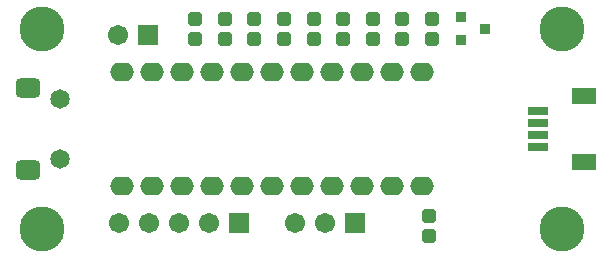
<source format=gts>
G04 Layer_Color=8388736*
%FSLAX44Y44*%
%MOMM*%
G71*
G01*
G75*
G04:AMPARAMS|DCode=37|XSize=1.2032mm|YSize=1.1032mm|CornerRadius=0.2141mm|HoleSize=0mm|Usage=FLASHONLY|Rotation=180.000|XOffset=0mm|YOffset=0mm|HoleType=Round|Shape=RoundedRectangle|*
%AMROUNDEDRECTD37*
21,1,1.2032,0.6750,0,0,180.0*
21,1,0.7750,1.1032,0,0,180.0*
1,1,0.4282,-0.3875,0.3375*
1,1,0.4282,0.3875,0.3375*
1,1,0.4282,0.3875,-0.3375*
1,1,0.4282,-0.3875,-0.3375*
%
%ADD37ROUNDEDRECTD37*%
%ADD38R,0.9144X0.8128*%
%ADD39R,1.7532X0.8032*%
%ADD40R,2.0032X1.4032*%
%ADD41R,1.7032X1.7032*%
%ADD42C,1.7032*%
%ADD43O,2.0032X1.6032*%
G04:AMPARAMS|DCode=44|XSize=1.7032mm|YSize=2.1032mm|CornerRadius=0.4766mm|HoleSize=0mm|Usage=FLASHONLY|Rotation=90.000|XOffset=0mm|YOffset=0mm|HoleType=Round|Shape=RoundedRectangle|*
%AMROUNDEDRECTD44*
21,1,1.7032,1.1500,0,0,90.0*
21,1,0.7500,2.1032,0,0,90.0*
1,1,0.9532,0.5750,0.3750*
1,1,0.9532,0.5750,-0.3750*
1,1,0.9532,-0.5750,-0.3750*
1,1,0.9532,-0.5750,0.3750*
%
%ADD44ROUNDEDRECTD44*%
%ADD45C,1.6532*%
%ADD46C,3.8032*%
D37*
X357500Y41000D02*
D03*
Y24000D02*
D03*
X235000Y208500D02*
D03*
Y191500D02*
D03*
X260000Y208500D02*
D03*
Y191500D02*
D03*
X285000D02*
D03*
Y208500D02*
D03*
X360000Y208500D02*
D03*
Y191500D02*
D03*
X185000Y191500D02*
D03*
Y208500D02*
D03*
X160000Y191500D02*
D03*
Y208500D02*
D03*
X210000Y191500D02*
D03*
Y208500D02*
D03*
X335000D02*
D03*
Y191500D02*
D03*
X310000D02*
D03*
Y208500D02*
D03*
D38*
X385000Y209500D02*
D03*
Y190348D02*
D03*
X405160Y200000D02*
D03*
D39*
X450000Y130000D02*
D03*
Y120000D02*
D03*
Y110000D02*
D03*
Y100000D02*
D03*
D40*
X489000Y143000D02*
D03*
Y87000D02*
D03*
D41*
X120000Y195000D02*
D03*
X197000Y35000D02*
D03*
X295000Y35000D02*
D03*
D42*
X94600Y195000D02*
D03*
X95400Y35000D02*
D03*
X120800D02*
D03*
X146200D02*
D03*
X171600D02*
D03*
X269600Y35000D02*
D03*
X244200D02*
D03*
D43*
X352000Y163250D02*
D03*
X326600D02*
D03*
X301200D02*
D03*
X275800D02*
D03*
X250400D02*
D03*
X225000D02*
D03*
X199600D02*
D03*
X174200D02*
D03*
X148800D02*
D03*
X123400D02*
D03*
X98000D02*
D03*
Y66750D02*
D03*
X123400D02*
D03*
X148800D02*
D03*
X174200D02*
D03*
X199600D02*
D03*
X225000D02*
D03*
X250400D02*
D03*
X275800D02*
D03*
X301200D02*
D03*
X326600D02*
D03*
X352000D02*
D03*
D44*
X18000Y150000D02*
D03*
Y80000D02*
D03*
D45*
X45000Y140000D02*
D03*
Y90000D02*
D03*
D46*
X470000Y200000D02*
D03*
X30000D02*
D03*
Y30000D02*
D03*
X470000D02*
D03*
M02*

</source>
